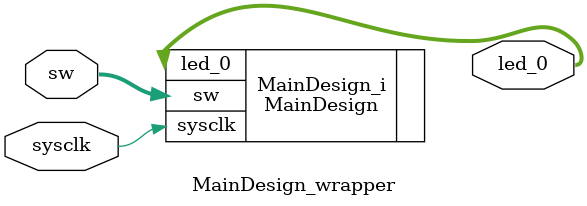
<source format=v>
`timescale 1 ps / 1 ps

module MainDesign_wrapper
   (led_0,
    sw,
    sysclk);
  output [3:0]led_0;
  input [1:0]sw;
  input sysclk;

  wire [3:0]led_0;
  wire [1:0]sw;
  wire sysclk;

  MainDesign MainDesign_i
       (.led_0(led_0),
        .sw(sw),
        .sysclk(sysclk));
endmodule

</source>
